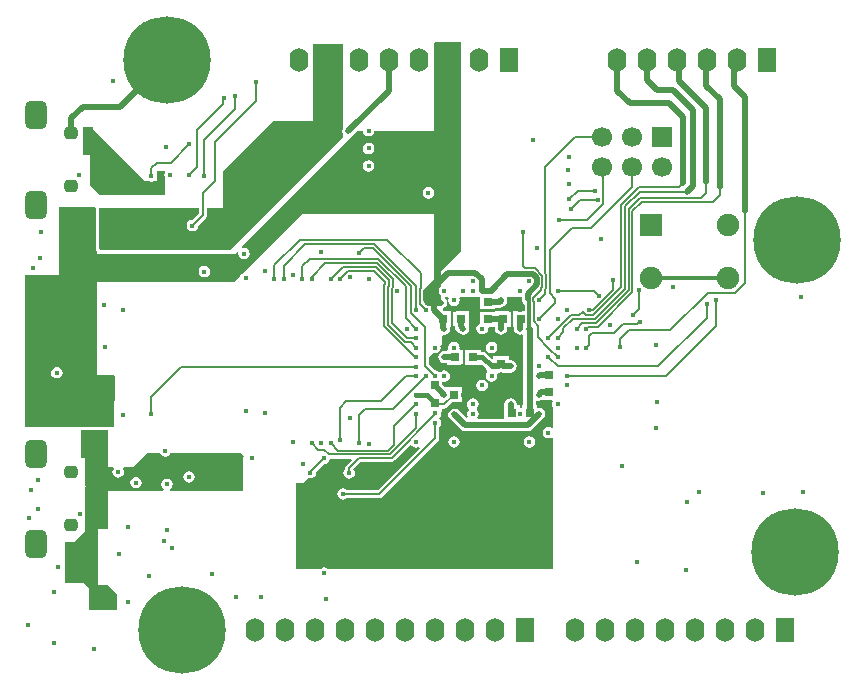
<source format=gbl>
G04*
G04 #@! TF.GenerationSoftware,Altium Limited,Altium Designer,18.1.9 (240)*
G04*
G04 Layer_Physical_Order=4*
G04 Layer_Color=16711680*
%FSLAX44Y44*%
%MOMM*%
G71*
G01*
G75*
%ADD11C,0.2000*%
%ADD12C,0.4000*%
%ADD15R,0.8000X0.8000*%
%ADD16R,0.8000X0.8000*%
%ADD76C,0.1900*%
%ADD77C,0.1270*%
%ADD78C,0.5000*%
%ADD79C,0.3000*%
%ADD80C,1.9000*%
%ADD81R,1.9000X1.9000*%
G04:AMPARAMS|DCode=82|XSize=1.25mm|YSize=1.1mm|CornerRadius=0.462mm|HoleSize=0mm|Usage=FLASHONLY|Rotation=0.000|XOffset=0mm|YOffset=0mm|HoleType=Round|Shape=RoundedRectangle|*
%AMROUNDEDRECTD82*
21,1,1.2500,0.1760,0,0,0.0*
21,1,0.3260,1.1000,0,0,0.0*
1,1,0.9240,0.1630,-0.0880*
1,1,0.9240,-0.1630,-0.0880*
1,1,0.9240,-0.1630,0.0880*
1,1,0.9240,0.1630,0.0880*
%
%ADD82ROUNDEDRECTD82*%
G04:AMPARAMS|DCode=83|XSize=1.9mm|YSize=2.425mm|CornerRadius=0.57mm|HoleSize=0mm|Usage=FLASHONLY|Rotation=0.000|XOffset=0mm|YOffset=0mm|HoleType=Round|Shape=RoundedRectangle|*
%AMROUNDEDRECTD83*
21,1,1.9000,1.2850,0,0,0.0*
21,1,0.7600,2.4250,0,0,0.0*
1,1,1.1400,0.3800,-0.6425*
1,1,1.1400,-0.3800,-0.6425*
1,1,1.1400,-0.3800,0.6425*
1,1,1.1400,0.3800,0.6425*
%
%ADD83ROUNDEDRECTD83*%
%ADD84C,1.7000*%
%ADD85R,1.7000X1.7000*%
%ADD86C,7.4000*%
%ADD87R,1.6000X2.0000*%
%ADD88O,1.6000X2.0000*%
%ADD89C,0.4500*%
G36*
X376100Y523000D02*
Y346100D01*
X359100Y329100D01*
Y316089D01*
X358747Y315853D01*
X357688Y314269D01*
X357316Y312400D01*
X357688Y310531D01*
X358747Y308947D01*
X359100Y308710D01*
Y299900D01*
X349435D01*
X348369Y300612D01*
X346685Y300947D01*
X345038Y302594D01*
Y313066D01*
X345438Y313663D01*
X345708Y315025D01*
Y315208D01*
X353100Y322600D01*
Y377600D01*
X241900D01*
X192482Y328182D01*
X192131Y328112D01*
X190547Y327053D01*
X189488Y325469D01*
X189418Y325118D01*
X184600Y320300D01*
X67800D01*
Y241300D01*
X81853D01*
X82994Y240152D01*
X82700Y197400D01*
X73224D01*
X72300Y197584D01*
X71376Y197400D01*
X7100D01*
X6800Y197700D01*
Y325600D01*
X34900D01*
X35500Y326200D01*
Y383700D01*
X66198D01*
X66207Y383697D01*
X66648Y383365D01*
X67210Y382476D01*
X67192Y382391D01*
X66821Y348520D01*
X66823Y348512D01*
X66821Y348505D01*
X66916Y348015D01*
X67007Y347527D01*
X67012Y347520D01*
X67013Y347513D01*
X67288Y347098D01*
X67560Y346681D01*
X67566Y346676D01*
X67570Y346670D01*
X67800Y346438D01*
Y332000D01*
X68200Y343700D01*
X184600D01*
X186549Y345649D01*
X187720Y345024D01*
X187516Y344000D01*
X187888Y342131D01*
X188947Y340547D01*
X190531Y339488D01*
X192400Y339116D01*
X194269Y339488D01*
X195853Y340547D01*
X196912Y342131D01*
X197284Y344000D01*
X196912Y345869D01*
X195853Y347453D01*
X194269Y348512D01*
X192400Y348884D01*
X191376Y348680D01*
X190751Y349851D01*
X288400Y447500D01*
X293216D01*
X293488Y446131D01*
X294547Y444547D01*
X296131Y443488D01*
X298000Y443116D01*
X299869Y443488D01*
X301453Y444547D01*
X302512Y446131D01*
X302784Y447500D01*
X353100D01*
Y522053D01*
X354249Y523192D01*
X376100Y523000D01*
D02*
G37*
G36*
X64700Y449400D02*
X109000Y405100D01*
X112203D01*
X112251Y405068D01*
X114120Y404696D01*
X115989Y405068D01*
X116037Y405100D01*
X118700D01*
Y408052D01*
X119004Y409580D01*
X118700Y411107D01*
Y413188D01*
X119000Y413488D01*
X125300D01*
Y411927D01*
X125016Y410500D01*
X125300Y409073D01*
Y393300D01*
X125259Y393200D01*
X70900D01*
X62000Y402100D01*
Y427200D01*
X56800D01*
X56400Y427366D01*
Y451159D01*
X56500Y451200D01*
X64700D01*
Y449400D01*
D02*
G37*
G36*
X276500Y450386D02*
X275952Y449566D01*
X275561Y447600D01*
X275952Y445634D01*
X276500Y444814D01*
Y442900D01*
X180900Y347300D01*
X70590D01*
X69411Y348492D01*
X69782Y382362D01*
X70958Y382842D01*
X71100Y382700D01*
X154442D01*
Y378374D01*
X148615Y372547D01*
X146931Y372212D01*
X145347Y371153D01*
X144288Y369569D01*
X143916Y367700D01*
X144288Y365831D01*
X145347Y364247D01*
X146931Y363188D01*
X148800Y362816D01*
X150669Y363188D01*
X152253Y364247D01*
X153312Y365831D01*
X153647Y367515D01*
X160516Y374384D01*
X161287Y375538D01*
X161558Y376900D01*
X161558Y376900D01*
Y382700D01*
X174800D01*
Y413400D01*
X217400Y456000D01*
X251100D01*
Y521400D01*
X251500Y521800D01*
X276500D01*
Y450386D01*
D02*
G37*
G36*
X427641Y305500D02*
X428032Y303533D01*
X429146Y301866D01*
X429876Y301379D01*
X429975Y300883D01*
X430081Y300723D01*
Y295140D01*
X420360D01*
Y282060D01*
X421061D01*
Y280400D01*
X421452Y278433D01*
X422566Y276766D01*
X424234Y275652D01*
X426200Y275261D01*
X427891Y275598D01*
X429161Y274906D01*
Y215440D01*
X427760D01*
Y214299D01*
X426676Y213526D01*
X425840Y213902D01*
Y215440D01*
X423339D01*
Y216400D01*
X422948Y218367D01*
X421834Y220034D01*
X420167Y221148D01*
X418200Y221539D01*
X416233Y221148D01*
X414566Y220034D01*
X413452Y218367D01*
X413061Y216400D01*
Y215440D01*
X412760D01*
Y204039D01*
X390407D01*
X389895Y205309D01*
X390712Y206531D01*
X391084Y208400D01*
X390712Y210269D01*
X389653Y211853D01*
X389854Y213247D01*
X390712Y214531D01*
X391084Y216400D01*
X390712Y218269D01*
X389653Y219853D01*
X388069Y220912D01*
X386200Y221284D01*
X384331Y220912D01*
X382747Y219853D01*
X381688Y218269D01*
X381316Y216400D01*
X381688Y214531D01*
X382546Y213247D01*
X382747Y211853D01*
X381688Y210269D01*
X381316Y208400D01*
X381688Y206531D01*
X381800Y206363D01*
X381218Y204948D01*
X380970Y204897D01*
X373834Y212034D01*
X372166Y213148D01*
X370200Y213539D01*
X368233Y213148D01*
X366566Y212034D01*
X365452Y210366D01*
X365061Y208400D01*
X365452Y206434D01*
X366566Y204766D01*
X376066Y195266D01*
X377733Y194152D01*
X379700Y193761D01*
X432700D01*
X434667Y194152D01*
X436334Y195266D01*
X445834Y204766D01*
X446948Y206434D01*
X447339Y208400D01*
X446948Y210366D01*
X445834Y212034D01*
X444166Y213148D01*
X442200Y213539D01*
X441822Y213463D01*
X440840Y214269D01*
Y215440D01*
X439439D01*
Y218772D01*
X440709Y219558D01*
X442200Y219261D01*
X444166Y219652D01*
X444477Y219860D01*
X453224D01*
X453903Y218590D01*
X453688Y218269D01*
X453316Y216400D01*
X453688Y214531D01*
X454500Y213316D01*
Y196698D01*
X453230Y196136D01*
X452069Y196912D01*
X450200Y197284D01*
X448331Y196912D01*
X446747Y195853D01*
X445688Y194269D01*
X445316Y192400D01*
X445688Y190531D01*
X446747Y188947D01*
X448331Y187888D01*
X450200Y187516D01*
X452069Y187888D01*
X453230Y188664D01*
X454500Y188102D01*
Y77100D01*
X263834D01*
X262469Y78012D01*
X260600Y78384D01*
X258731Y78012D01*
X257366Y77100D01*
X236800D01*
X236200Y77348D01*
Y149700D01*
X242500D01*
X246862Y154062D01*
X248600Y153716D01*
X250469Y154088D01*
X252053Y155147D01*
X253112Y156731D01*
X253484Y158600D01*
X253475Y158643D01*
X260485Y165653D01*
X262169Y165988D01*
X263753Y167047D01*
X264812Y168631D01*
X265178Y170472D01*
X283059D01*
X283545Y169298D01*
X279311Y165064D01*
X278609Y164014D01*
X278363Y162775D01*
Y161898D01*
X278147Y161753D01*
X277088Y160169D01*
X276716Y158300D01*
X277088Y156431D01*
X278147Y154847D01*
X279731Y153788D01*
X281600Y153416D01*
X283469Y153788D01*
X285053Y154847D01*
X286112Y156431D01*
X286484Y158300D01*
X286112Y160169D01*
X285095Y161692D01*
X291341Y167938D01*
X317713D01*
X318951Y168184D01*
X320002Y168886D01*
X332756Y181640D01*
X334391Y181479D01*
X334747Y180947D01*
X336331Y179888D01*
X338200Y179516D01*
X340069Y179888D01*
X340505Y180179D01*
X341315Y179193D01*
X305659Y143537D01*
X279998D01*
X279853Y143753D01*
X278269Y144812D01*
X276400Y145184D01*
X274531Y144812D01*
X272947Y143753D01*
X271888Y142169D01*
X271516Y140300D01*
X271888Y138431D01*
X272947Y136847D01*
X274531Y135788D01*
X276400Y135416D01*
X278269Y135788D01*
X279853Y136847D01*
X279998Y137063D01*
X307000D01*
X308239Y137309D01*
X309289Y138011D01*
X356789Y185511D01*
X357491Y186561D01*
X357737Y187800D01*
Y197102D01*
X357953Y197247D01*
X359012Y198831D01*
X359384Y200700D01*
X359012Y202569D01*
X358154Y203853D01*
X358032Y204700D01*
X358154Y205547D01*
X359012Y206831D01*
X359384Y208700D01*
X359167Y209790D01*
X360095Y211060D01*
X360540D01*
Y212791D01*
X362000D01*
X363381Y213065D01*
X364552Y213848D01*
X368764Y218060D01*
X376740D01*
Y231140D01*
X363660D01*
Y231140D01*
X363000Y230867D01*
X360540Y233327D01*
Y234845D01*
X361522Y235651D01*
X362200Y235516D01*
X364069Y235888D01*
X365653Y236947D01*
X366712Y238531D01*
X367084Y240400D01*
X366712Y242269D01*
X365653Y243853D01*
X364069Y244912D01*
X362200Y245284D01*
X360331Y244912D01*
X359047Y244054D01*
X357653Y243853D01*
X356069Y244912D01*
X354385Y245247D01*
X349558Y250074D01*
Y256758D01*
X352629Y259829D01*
X354200Y259516D01*
X356069Y259888D01*
X357653Y260947D01*
X358712Y262531D01*
X359084Y264400D01*
X358771Y265971D01*
X359800Y267000D01*
X360056Y274393D01*
X361362Y275428D01*
X362200Y275261D01*
X364167Y275652D01*
X365834Y276766D01*
X366948Y278433D01*
X367339Y280400D01*
X367139Y281406D01*
X367840Y282260D01*
X367840D01*
Y295340D01*
X362027D01*
X361086Y296281D01*
X361214Y297300D01*
X361284Y297624D01*
X362919Y298716D01*
X364033Y300383D01*
X364424Y302350D01*
X364033Y304317D01*
X362919Y305984D01*
X362550Y306230D01*
X362936Y307500D01*
X365010D01*
X365713Y306458D01*
X365680Y306230D01*
X365316Y304400D01*
X365688Y302531D01*
X366747Y300947D01*
X368331Y299888D01*
X370200Y299516D01*
X372069Y299888D01*
X373653Y300947D01*
X374712Y302531D01*
X375084Y304400D01*
X374720Y306230D01*
X374687Y306458D01*
X375390Y307500D01*
X392260D01*
Y296660D01*
X405340D01*
Y298061D01*
X409000D01*
X410967Y298452D01*
X412634Y299566D01*
X413834Y300766D01*
X414948Y302433D01*
X415339Y304400D01*
X414975Y306230D01*
X415061Y306609D01*
X415537Y307500D01*
X427641D01*
Y305500D01*
D02*
G37*
G36*
X72719Y194860D02*
X72974D01*
X73224Y194810D01*
X77590D01*
X77700Y194700D01*
Y163200D01*
X81451D01*
X82130Y161930D01*
X81488Y160969D01*
X81116Y159100D01*
X81488Y157231D01*
X82547Y155647D01*
X84131Y154588D01*
X86000Y154216D01*
X87869Y154588D01*
X89453Y155647D01*
X90512Y157231D01*
X90884Y159100D01*
X90512Y160969D01*
X89870Y161930D01*
X90549Y163200D01*
X98900D01*
X110500Y174800D01*
X121742D01*
X122547Y173597D01*
X124131Y172538D01*
X126000Y172166D01*
X127869Y172538D01*
X129453Y173597D01*
X130258Y174800D01*
X189600D01*
X192200Y172200D01*
X192000Y172000D01*
Y143400D01*
X191900Y143100D01*
X130030D01*
X129645Y144370D01*
X130645Y145039D01*
X131704Y146623D01*
X132076Y148492D01*
X131704Y150361D01*
X130645Y151945D01*
X129061Y153004D01*
X127192Y153376D01*
X125323Y153004D01*
X123739Y151945D01*
X122680Y150361D01*
X122308Y148492D01*
X122680Y146623D01*
X123739Y145039D01*
X124739Y144370D01*
X124354Y143100D01*
X77000D01*
Y110600D01*
X70446D01*
X69200Y110600D01*
X69100Y110500D01*
X69300Y110300D01*
X69300Y109330D01*
Y63500D01*
X77200D01*
X85300Y55400D01*
Y41900D01*
X85200Y41800D01*
X61700D01*
Y59800D01*
X62100Y60200D01*
X56900Y65400D01*
X41200D01*
X40900Y65700D01*
Y100100D01*
X48900D01*
X58300Y109500D01*
Y145707D01*
X58503Y146897D01*
X58503D01*
X58300Y148079D01*
Y171100D01*
X54800D01*
X54200Y171700D01*
Y194810D01*
X71376D01*
X71626Y194860D01*
X71881D01*
X72300Y194943D01*
X72719Y194860D01*
D02*
G37*
%LPC*%
G36*
X298000Y437884D02*
X296131Y437512D01*
X294547Y436453D01*
X293488Y434869D01*
X293116Y433000D01*
X293488Y431131D01*
X294547Y429547D01*
X296131Y428488D01*
X298000Y428116D01*
X299869Y428488D01*
X301453Y429547D01*
X302512Y431131D01*
X302884Y433000D01*
X302512Y434869D01*
X301453Y436453D01*
X299869Y437512D01*
X298000Y437884D01*
D02*
G37*
G36*
X297960Y422884D02*
X296091Y422512D01*
X294507Y421453D01*
X293448Y419869D01*
X293076Y418000D01*
X293448Y416131D01*
X294507Y414547D01*
X296091Y413488D01*
X297960Y413116D01*
X299829Y413488D01*
X301413Y414547D01*
X302472Y416131D01*
X302844Y418000D01*
X302472Y419869D01*
X301413Y421453D01*
X299829Y422512D01*
X297960Y422884D01*
D02*
G37*
G36*
X348680Y400334D02*
X346811Y399962D01*
X345227Y398903D01*
X344168Y397319D01*
X343796Y395450D01*
X344168Y393581D01*
X345227Y391997D01*
X346811Y390938D01*
X348680Y390566D01*
X350549Y390938D01*
X352133Y391997D01*
X353192Y393581D01*
X353564Y395450D01*
X353192Y397319D01*
X352133Y398903D01*
X350549Y399962D01*
X348680Y400334D01*
D02*
G37*
G36*
X159000Y333684D02*
X157131Y333312D01*
X155547Y332253D01*
X154488Y330669D01*
X154116Y328800D01*
X154488Y326931D01*
X155547Y325347D01*
X157131Y324288D01*
X159000Y323916D01*
X160869Y324288D01*
X162453Y325347D01*
X163512Y326931D01*
X163884Y328800D01*
X163512Y330669D01*
X162453Y332253D01*
X160869Y333312D01*
X159000Y333684D01*
D02*
G37*
G36*
X34000Y247984D02*
X32131Y247612D01*
X30547Y246553D01*
X29488Y244969D01*
X29116Y243100D01*
X29488Y241231D01*
X30547Y239647D01*
X32131Y238588D01*
X34000Y238216D01*
X35869Y238588D01*
X37453Y239647D01*
X38512Y241231D01*
X38884Y243100D01*
X38512Y244969D01*
X37453Y246553D01*
X35869Y247612D01*
X34000Y247984D01*
D02*
G37*
G36*
X418440Y295140D02*
X405360D01*
X405340Y294740D01*
X392260D01*
Y284865D01*
X390747Y283853D01*
X389688Y282269D01*
X389316Y280400D01*
X389688Y278531D01*
X390747Y276947D01*
X392331Y275888D01*
X394200Y275516D01*
X396069Y275888D01*
X397653Y276947D01*
X398712Y278531D01*
X399084Y280400D01*
X399029Y280678D01*
X399834Y281660D01*
X405061D01*
Y280400D01*
X405452Y278433D01*
X406566Y276766D01*
X408233Y275652D01*
X410200Y275261D01*
X412166Y275652D01*
X413834Y276766D01*
X414948Y278433D01*
X415339Y280400D01*
Y282060D01*
X418440D01*
Y295140D01*
D02*
G37*
G36*
X382840Y295340D02*
X369760D01*
Y282260D01*
X371169D01*
X371552Y280333D01*
X372666Y278666D01*
X374566Y276766D01*
X376233Y275652D01*
X378200Y275261D01*
X380167Y275652D01*
X381834Y276766D01*
X382948Y278433D01*
X383339Y280400D01*
X382948Y282367D01*
X382840Y282528D01*
Y295340D01*
D02*
G37*
G36*
X370200Y269284D02*
X368331Y268912D01*
X366747Y267853D01*
X365688Y266269D01*
X365316Y264400D01*
X365474Y263609D01*
X364760Y262740D01*
X364760D01*
Y261339D01*
X363205D01*
X362200Y261539D01*
X360233Y261148D01*
X358566Y260034D01*
X357453Y258367D01*
X357061Y256400D01*
X357453Y254433D01*
X358566Y252766D01*
X358766Y252566D01*
X360434Y251452D01*
X362400Y251061D01*
X364760D01*
Y249660D01*
X377840D01*
Y262740D01*
X375755D01*
X374949Y263722D01*
X375084Y264400D01*
X374712Y266269D01*
X373653Y267853D01*
X372069Y268912D01*
X370200Y269284D01*
D02*
G37*
G36*
X402200D02*
X400331Y268912D01*
X398747Y267853D01*
X397688Y266269D01*
X397316Y264400D01*
X397688Y262531D01*
X398747Y260947D01*
X400331Y259888D01*
X402200Y259516D01*
X404069Y259888D01*
X405653Y260947D01*
X406712Y262531D01*
X407084Y264400D01*
X406712Y266269D01*
X405653Y267853D01*
X404069Y268912D01*
X402200Y269284D01*
D02*
G37*
G36*
X392840Y262740D02*
X379760D01*
Y249660D01*
X392840D01*
Y249660D01*
X393939Y250115D01*
X397411Y246643D01*
X397453Y246434D01*
X398566Y244766D01*
X398407Y243345D01*
X397688Y242269D01*
X397316Y240400D01*
X397688Y238531D01*
X398747Y236947D01*
X400331Y235888D01*
X402200Y235516D01*
X404069Y235888D01*
X405653Y236947D01*
X406712Y238531D01*
X407084Y240400D01*
X406767Y241991D01*
X407460Y243261D01*
X408000D01*
X409967Y243652D01*
X410100Y243742D01*
X410233Y243652D01*
X412200Y243261D01*
X418200D01*
X420167Y243652D01*
X421834Y244766D01*
X422948Y246434D01*
X423339Y248400D01*
X422948Y250366D01*
X421834Y252034D01*
X420167Y253148D01*
X418200Y253539D01*
X416640D01*
Y257040D01*
X403560D01*
Y255246D01*
X402387Y254760D01*
X397673Y259473D01*
X396171Y260477D01*
X394400Y260829D01*
X394400Y260829D01*
X392840D01*
Y262740D01*
D02*
G37*
G36*
X394200Y237284D02*
X392331Y236912D01*
X390747Y235853D01*
X389688Y234269D01*
X389316Y232400D01*
X389688Y230531D01*
X390747Y228947D01*
X392331Y227888D01*
X394200Y227516D01*
X396069Y227888D01*
X397653Y228947D01*
X398712Y230531D01*
X399084Y232400D01*
X398712Y234269D01*
X397653Y235853D01*
X396069Y236912D01*
X394200Y237284D01*
D02*
G37*
G36*
X434200Y189284D02*
X432331Y188912D01*
X430747Y187853D01*
X429688Y186269D01*
X429316Y184400D01*
X429688Y182531D01*
X430747Y180947D01*
X432331Y179888D01*
X434200Y179516D01*
X436069Y179888D01*
X437653Y180947D01*
X438712Y182531D01*
X439084Y184400D01*
X438712Y186269D01*
X437653Y187853D01*
X436069Y188912D01*
X434200Y189284D01*
D02*
G37*
G36*
X370200D02*
X368331Y188912D01*
X366747Y187853D01*
X365688Y186269D01*
X365316Y184400D01*
X365688Y182531D01*
X366747Y180947D01*
X368331Y179888D01*
X370200Y179516D01*
X372069Y179888D01*
X373653Y180947D01*
X374712Y182531D01*
X375084Y184400D01*
X374712Y186269D01*
X373653Y187853D01*
X372069Y188912D01*
X370200Y189284D01*
D02*
G37*
G36*
X146000Y159684D02*
X144131Y159312D01*
X142547Y158253D01*
X141488Y156669D01*
X141116Y154800D01*
X141488Y152931D01*
X142547Y151347D01*
X144131Y150288D01*
X146000Y149916D01*
X147869Y150288D01*
X149453Y151347D01*
X150512Y152931D01*
X150884Y154800D01*
X150512Y156669D01*
X149453Y158253D01*
X147869Y159312D01*
X146000Y159684D01*
D02*
G37*
G36*
X101000Y154884D02*
X99131Y154512D01*
X97547Y153453D01*
X96488Y151869D01*
X96116Y150000D01*
X96488Y148131D01*
X97547Y146547D01*
X99131Y145488D01*
X101000Y145116D01*
X102869Y145488D01*
X104453Y146547D01*
X105512Y148131D01*
X105884Y150000D01*
X105512Y151869D01*
X104453Y153453D01*
X102869Y154512D01*
X101000Y154884D01*
D02*
G37*
%LPD*%
D11*
X362000Y216400D02*
X370200Y224600D01*
X354200Y216400D02*
X362000D01*
X354000Y216600D02*
Y217600D01*
Y216600D02*
X354200Y216400D01*
D12*
X394400Y256200D02*
X402200Y248400D01*
X386300Y256200D02*
X394400D01*
X338200Y224400D02*
X347200D01*
X354000Y217600D01*
D15*
X398800Y288200D02*
D03*
Y303200D02*
D03*
X450500Y226400D02*
D03*
Y241400D02*
D03*
X354000Y232600D02*
D03*
Y217600D02*
D03*
X410100Y265500D02*
D03*
Y250500D02*
D03*
X370200Y239600D02*
D03*
Y224600D02*
D03*
D16*
X371300Y256200D02*
D03*
X386300D02*
D03*
X411900Y288600D02*
D03*
X426900D02*
D03*
X361300Y288800D02*
D03*
X376300D02*
D03*
X434300Y208900D02*
D03*
X419300D02*
D03*
D76*
X175150Y470450D02*
Y476100D01*
X148800Y367700D02*
X158000Y376900D01*
Y395100D01*
X306234Y339600D02*
X329400Y316434D01*
X248500Y339600D02*
X306234D01*
X242000Y333100D02*
X248500Y339600D01*
X280900Y329500D02*
X302885D01*
X274000Y322600D02*
X280900Y329500D01*
X302885D02*
X312260Y320125D01*
X276070Y332670D02*
X304198D01*
X261440Y335840D02*
X305511D01*
X511890Y315439D02*
Y385390D01*
X515060Y314126D02*
Y383960D01*
X470763Y288430D02*
X489364D01*
X479060Y285260D02*
X490677D01*
X488051Y291600D02*
X511890Y315439D01*
X482453Y291600D02*
X488051D01*
X489364Y288430D02*
X515060Y314126D01*
X518230Y312813D02*
Y381313D01*
X490677Y285260D02*
X518230Y312813D01*
X521400Y311500D02*
Y380000D01*
X491990Y282090D02*
X521400Y311500D01*
X483890Y282090D02*
X491990D01*
X482200Y280400D02*
X483890Y282090D01*
X479700Y294353D02*
X482453Y291600D01*
X437500Y304000D02*
Y306347D01*
X441350Y273250D02*
X450200Y264400D01*
X437500Y306347D02*
X444160Y313007D01*
X442200Y304400D02*
X447330Y309530D01*
X444160Y313007D02*
Y314846D01*
X447330Y309530D02*
Y313533D01*
X438744Y331370D02*
X445170Y324944D01*
X451400Y327680D02*
Y347200D01*
Y327680D02*
X451510Y327570D01*
Y313230D02*
Y327570D01*
X451400Y313120D02*
X451510Y313230D01*
X451400Y310400D02*
Y313120D01*
X447330Y327267D02*
Y417230D01*
Y327267D02*
X448340Y326257D01*
Y314543D02*
Y326257D01*
X447330Y313533D02*
X448340Y314543D01*
X444160Y314846D02*
X445170Y315856D01*
Y324944D01*
X430830Y331370D02*
X438744D01*
X428900Y333300D02*
X430830Y331370D01*
X451400Y310400D02*
X456100Y305700D01*
X428900Y333300D02*
Y362200D01*
X338310Y296290D02*
X338500Y296100D01*
X341480Y301120D02*
X346500Y296100D01*
X341480Y301120D02*
Y314355D01*
X338310Y296290D02*
Y315668D01*
X338500Y315858D02*
Y316300D01*
X338310Y315668D02*
X338500Y315858D01*
X342150Y315025D02*
Y327550D01*
X341480Y314355D02*
X342150Y315025D01*
X314000Y355700D02*
X342150Y327550D01*
X333800Y293900D02*
Y316517D01*
X329400Y289200D02*
Y316434D01*
X333800Y293900D02*
X346000Y281700D01*
X329400Y289200D02*
X338500Y280100D01*
X303000Y351800D02*
X338500Y316300D01*
X311160Y282474D02*
Y316973D01*
X314330Y283787D02*
Y315660D01*
X311160Y282474D02*
X337534Y256100D01*
X338500D01*
X333670Y268930D02*
X338500Y264100D01*
X329187Y268930D02*
X333670D01*
X314330Y283787D02*
X329187Y268930D01*
X330500Y272100D02*
X338500D01*
X317500Y285100D02*
X330500Y272100D01*
X317500Y285100D02*
Y314347D01*
X346000Y248600D02*
Y281700D01*
X511890Y385390D02*
X527000Y400500D01*
X515060Y383960D02*
X527400Y396300D01*
X518230Y381313D02*
X527887Y390970D01*
X521400Y380000D02*
X529200Y387800D01*
X518300Y279100D02*
X553600D01*
X511000Y271800D02*
X518300Y279100D01*
X553600D02*
X585010Y310510D01*
X474200Y280400D02*
X479060Y285260D01*
X450200Y272400D02*
X469400Y291600D01*
X476434D01*
X479187Y294353D01*
X463030Y280697D02*
X470763Y288430D01*
X463030Y277230D02*
Y280697D01*
X458200Y272400D02*
X463030Y277230D01*
X479187Y294353D02*
X479700D01*
X543200Y248400D02*
X584600Y289800D01*
X458200Y248400D02*
X543200D01*
X450200Y256400D02*
X458200Y248400D01*
X312260Y318073D02*
Y320125D01*
X311160Y316973D02*
X312260Y318073D01*
X315430Y316760D02*
Y321438D01*
X314330Y315660D02*
X315430Y316760D01*
X318900Y315747D02*
Y322451D01*
X317500Y314347D02*
X318900Y315747D01*
X305511Y335840D02*
X318900Y322451D01*
X304198Y332670D02*
X315430Y321438D01*
X511000Y265200D02*
Y271800D01*
X264570Y174030D02*
X315913D01*
X260600Y178000D02*
X264570Y174030D01*
X255400Y178000D02*
X260600D01*
X250000Y183400D02*
X255400Y178000D01*
X248600Y158800D02*
X260300Y170500D01*
X248600Y158600D02*
Y158800D01*
X496700Y386100D02*
Y417600D01*
X591900Y282700D02*
Y304700D01*
X549600Y240400D02*
X591900Y282700D01*
X466200Y240400D02*
X549600D01*
X595300Y393500D02*
Y400300D01*
X589600Y387800D02*
X595300Y393500D01*
X529200Y387800D02*
X589600D01*
X583400Y395270D02*
Y404700D01*
X579100Y390970D02*
X583400Y395270D01*
X527400Y396300D02*
X567700D01*
X561200Y400500D02*
X564600Y403900D01*
X616600Y319230D02*
Y380400D01*
X607880Y310510D02*
X616600Y319230D01*
X585010Y310510D02*
X607880D01*
X158000Y395100D02*
X168000Y405100D01*
Y438600D01*
X202900Y473500D01*
Y489000D01*
X584600Y289800D02*
Y301100D01*
X527000Y400500D02*
X561200D01*
X521000Y400600D02*
Y417600D01*
X486400Y366000D02*
X521000Y400600D01*
X489100Y312400D02*
X493500Y308000D01*
X458200Y312400D02*
X489100D01*
X456100Y302300D02*
Y305700D01*
X442200Y288400D02*
X456100Y302300D01*
X527887Y390970D02*
X579100D01*
X218000Y322600D02*
Y334100D01*
X239600Y355700D01*
X314000D01*
X244500Y351800D02*
X303000D01*
X226000Y333300D02*
X244500Y351800D01*
X226000Y322600D02*
Y333300D01*
X301917Y348400D02*
X333800Y316517D01*
X293700Y348400D02*
X301917D01*
X289600Y344300D02*
X293700Y348400D01*
X114000Y208040D02*
Y222700D01*
X139400Y248100D01*
X338500D01*
X266000Y183400D02*
X272200Y177200D01*
X314600D01*
X319600Y182200D01*
X315913Y174030D02*
X338500Y196617D01*
X319600Y182200D02*
Y197800D01*
X338500Y196617D02*
Y208100D01*
X319600Y197800D02*
X338200Y216400D01*
X290000Y183400D02*
Y207500D01*
X295100Y212600D01*
X318400D01*
X346200Y240400D01*
X329800Y240100D02*
X338500D01*
X308600Y218900D02*
X329800Y240100D01*
X279300Y218900D02*
X308600D01*
X274000Y186000D02*
Y213600D01*
X279300Y218900D01*
X346000Y248600D02*
X354200Y240400D01*
X266000Y322600D02*
X276070Y332670D01*
X250000Y324400D02*
X261440Y335840D01*
X250000Y322600D02*
Y324400D01*
X242000Y322600D02*
Y333100D01*
X184800Y466200D02*
Y477000D01*
X158580Y439980D02*
X184800Y466200D01*
X158580Y409580D02*
Y439980D01*
X153100Y417620D02*
Y448400D01*
X175150Y470450D01*
X114120Y409580D02*
Y416620D01*
X118500Y421000D01*
X130400D01*
X145880Y436480D01*
Y410400D02*
X153100Y417620D01*
X470200Y366000D02*
X486400D01*
X483200Y372600D02*
X496700Y386100D01*
X458900Y372600D02*
X483200D01*
X451400Y347200D02*
X470200Y366000D01*
X447330Y417230D02*
X473100Y443000D01*
X495600D01*
Y417600D02*
X496700D01*
X473483Y386000D02*
X477000Y389517D01*
X469000Y381750D02*
X473250Y386000D01*
X473483D01*
X477000Y389517D02*
X492000D01*
X468000Y390000D02*
X475000Y397000D01*
X490000D01*
D77*
X437815Y286584D02*
Y303685D01*
Y286584D02*
X441350Y283049D01*
Y273250D02*
Y283049D01*
X450200Y264400D02*
X458200Y256400D01*
X505200Y313300D02*
Y321700D01*
X488200Y296300D02*
X505200Y313300D01*
X484400Y296300D02*
X488200D01*
X513400Y284200D02*
X525400D01*
X505930Y276730D02*
X513400Y284200D01*
X486900Y276730D02*
X505930D01*
X437500Y304000D02*
X437815Y303685D01*
X521900Y291700D02*
X527100Y296900D01*
Y312900D01*
X525400Y284200D02*
X527400Y286200D01*
X484700Y274530D02*
X486900Y276730D01*
X484700Y266900D02*
Y274530D01*
X482200Y264400D02*
X484700Y266900D01*
X290000Y171175D02*
X317713D01*
X281600Y162775D02*
X290000Y171175D01*
X317713D02*
X354500Y207962D01*
X281600Y158300D02*
Y162775D01*
X354500Y207962D02*
Y208700D01*
X276400Y140300D02*
X307000D01*
X354500Y187800D01*
Y200700D01*
D78*
X408900Y288200D02*
X410200Y286900D01*
X398800Y288200D02*
X408900D01*
X410200Y280400D02*
Y286900D01*
X370100Y235700D02*
X382900D01*
X362200Y224400D02*
Y224400D01*
X354000Y232600D02*
X362200Y224400D01*
X410200Y286900D02*
X411900Y288600D01*
X46250Y445750D02*
Y458450D01*
X56100Y468300D01*
X87300D01*
X127000Y508000D01*
X409000Y303200D02*
X410200Y304400D01*
X398800Y303200D02*
X409000D01*
X386200Y256100D02*
X386300Y256200D01*
X280700Y447600D02*
X314960Y481860D01*
Y508000D01*
X353500Y302350D02*
X359286D01*
X348250D02*
X353500D01*
Y296600D02*
Y302350D01*
Y296600D02*
X361300Y288800D01*
Y281300D02*
Y288800D01*
Y281300D02*
X362200Y280400D01*
X432700Y198900D02*
X442200Y208400D01*
X434200Y280400D02*
X434300Y280300D01*
Y208900D02*
Y280300D01*
X432780Y305500D02*
Y310141D01*
X440450Y317811D01*
Y322989D01*
X436789Y326650D02*
X440450Y322989D01*
X415611Y326650D02*
X436789D01*
X402200Y313239D02*
X415611Y326650D01*
X402200Y312400D02*
Y313239D01*
X346200Y304400D02*
X348250Y302350D01*
X394200Y312400D02*
X402200D01*
X394200D02*
Y322100D01*
X388400Y327900D02*
X394200Y322100D01*
X365300Y327900D02*
X388400D01*
X349800Y312400D02*
X365300Y327900D01*
X346200Y312400D02*
X349800D01*
X346200D02*
X346200Y312400D01*
Y304400D02*
Y312400D01*
X370200Y208400D02*
X379700Y198900D01*
X432700D01*
X607400Y505800D02*
X609600Y508000D01*
X607400Y485500D02*
Y505800D01*
X583900Y507700D02*
X584200Y508000D01*
X583900Y486100D02*
Y507700D01*
X558800Y508000D02*
X560600Y506200D01*
Y489800D02*
Y506200D01*
X533400Y508000D02*
X533900Y507500D01*
Y490700D02*
Y507500D01*
X508000Y508000D02*
X508400Y507600D01*
X607400Y485500D02*
X616600Y476300D01*
Y380400D02*
Y476300D01*
X583900Y486100D02*
X595300Y474700D01*
Y400300D02*
Y474700D01*
X560600Y489800D02*
X583400Y467000D01*
Y404700D02*
Y467000D01*
X567700Y396300D02*
X572900Y401500D01*
Y465200D01*
X555700Y482400D02*
X572900Y465200D01*
X533900Y490700D02*
X542200Y482400D01*
X555700D01*
X508400Y481700D02*
Y507600D01*
Y481700D02*
X519000Y471100D01*
X552700D01*
X564600Y459200D01*
Y403900D02*
Y459200D01*
X376300Y282300D02*
X378200Y280400D01*
X376300Y282300D02*
Y288800D01*
X426200Y288000D02*
X426900Y288700D01*
X426200Y280400D02*
Y288000D01*
X442200Y240400D02*
X443200Y241400D01*
X450500D01*
X442200Y224400D02*
X444200Y226400D01*
X450500D01*
X382900Y235700D02*
X386200Y232400D01*
X362200Y256400D02*
X362400Y256200D01*
X371300D01*
X410100Y265500D02*
X410200Y265600D01*
Y272400D01*
X408000Y248400D02*
X410100Y250500D01*
X402200Y248400D02*
X408000D01*
X410100Y250500D02*
X412200Y248400D01*
X418200D01*
Y210000D02*
X419300Y208900D01*
X418200Y210000D02*
Y216400D01*
D79*
X364930Y210330D02*
Y210583D01*
X368017Y213670D01*
X373930D01*
X374300Y213300D01*
X432780Y310141D02*
X433780Y309141D01*
Y302459D02*
Y309141D01*
Y302459D02*
X434200Y302039D01*
Y280400D02*
Y302039D01*
X537500Y323500D02*
X602500D01*
D80*
X537500D02*
D03*
X602500D02*
D03*
Y368500D02*
D03*
D81*
X537500D02*
D03*
D82*
X46000Y158750D02*
D03*
Y114250D02*
D03*
X46250Y445750D02*
D03*
Y401250D02*
D03*
D83*
X16000Y174620D02*
D03*
Y98380D02*
D03*
X16250Y461620D02*
D03*
Y385380D02*
D03*
D84*
X495600Y417600D02*
D03*
X521000D02*
D03*
X546400D02*
D03*
X495600Y443000D02*
D03*
X521000D02*
D03*
D85*
X546400D02*
D03*
D86*
X127000Y508000D02*
D03*
X660400Y355600D02*
D03*
X658900Y91200D02*
D03*
X139700Y25400D02*
D03*
D87*
X635000Y508000D02*
D03*
X416560D02*
D03*
X650900Y25600D02*
D03*
X430200Y25400D02*
D03*
D88*
X609600Y508000D02*
D03*
X584200D02*
D03*
X558800D02*
D03*
X533400D02*
D03*
X508000D02*
D03*
X238760D02*
D03*
X264160D02*
D03*
X289560D02*
D03*
X314960D02*
D03*
X340360D02*
D03*
X365760D02*
D03*
X391160D02*
D03*
X473100Y25600D02*
D03*
X498500D02*
D03*
X523900D02*
D03*
X549300D02*
D03*
X574700D02*
D03*
X600100D02*
D03*
X625500D02*
D03*
X404800Y25400D02*
D03*
X379400D02*
D03*
X354000D02*
D03*
X328600D02*
D03*
X303200D02*
D03*
X277800D02*
D03*
X252400D02*
D03*
X227000D02*
D03*
X201600D02*
D03*
D89*
X86000Y159100D02*
D03*
X101000Y150000D02*
D03*
X126000Y177050D02*
D03*
X442200Y288400D02*
D03*
X458200Y256400D02*
D03*
X282000Y204900D02*
D03*
X148800Y367700D02*
D03*
X426200Y296400D02*
D03*
X82000Y490500D02*
D03*
X90000Y207500D02*
D03*
X298000Y322300D02*
D03*
X282000Y323800D02*
D03*
X280700Y447600D02*
D03*
X59500Y442900D02*
D03*
X122200Y409400D02*
D03*
X348680Y395450D02*
D03*
X297960Y418000D02*
D03*
X298000Y433000D02*
D03*
Y448000D02*
D03*
X502000Y283400D02*
D03*
X494500Y356100D02*
D03*
X440300Y348500D02*
D03*
X467700Y425400D02*
D03*
X467200Y415000D02*
D03*
X467300Y403200D02*
D03*
X567100Y75800D02*
D03*
X525300Y82600D02*
D03*
X542400Y218000D02*
D03*
X31300Y57300D02*
D03*
X9500Y29500D02*
D03*
X65500Y9500D02*
D03*
X94000Y48600D02*
D03*
X131500Y95100D02*
D03*
X112000Y71000D02*
D03*
X87000Y89500D02*
D03*
X234000Y325700D02*
D03*
X90000Y296400D02*
D03*
X194000Y323600D02*
D03*
X258000Y183200D02*
D03*
X210000Y208900D02*
D03*
X378200Y280400D02*
D03*
X246100Y114700D02*
D03*
X254400Y114900D02*
D03*
Y107000D02*
D03*
X255600Y98800D02*
D03*
X256400Y90200D02*
D03*
X263200Y90600D02*
D03*
X263000Y98900D02*
D03*
X262700Y106800D02*
D03*
X263000Y114700D02*
D03*
X64300Y372700D02*
D03*
X64100Y350000D02*
D03*
X62200Y310100D02*
D03*
X52500Y309700D02*
D03*
X47500Y350000D02*
D03*
Y363400D02*
D03*
X57000Y377300D02*
D03*
X47300Y377100D02*
D03*
X78600Y214800D02*
D03*
X76300Y224300D02*
D03*
X68300D02*
D03*
X60200D02*
D03*
X52040Y224500D02*
D03*
X84600Y362800D02*
D03*
X77350Y364900D02*
D03*
X89000Y367800D02*
D03*
X81000Y372600D02*
D03*
X72900Y372200D02*
D03*
X64000Y46300D02*
D03*
X63900Y53500D02*
D03*
X45800Y74800D02*
D03*
X52800Y76500D02*
D03*
X45200Y81900D02*
D03*
X189600Y158100D02*
D03*
X189200Y146500D02*
D03*
X171200Y147300D02*
D03*
X170900Y157800D02*
D03*
X181100Y167700D02*
D03*
X170700Y167100D02*
D03*
X62600Y192000D02*
D03*
X72300Y192700D02*
D03*
X72800Y160300D02*
D03*
X64300Y159600D02*
D03*
X72900Y151900D02*
D03*
X64100Y151800D02*
D03*
X418200Y296400D02*
D03*
X386200D02*
D03*
X346200Y304400D02*
D03*
X346200Y312400D02*
D03*
X330200Y280400D02*
D03*
X521900Y291700D02*
D03*
X527100Y312900D02*
D03*
X505200Y321700D02*
D03*
X474200Y264400D02*
D03*
X527400Y286200D02*
D03*
X482200Y264400D02*
D03*
Y280400D02*
D03*
X474200D02*
D03*
X484400Y296300D02*
D03*
X466200Y296400D02*
D03*
X450200Y192400D02*
D03*
X466200Y232400D02*
D03*
X458200Y216400D02*
D03*
X322200Y312400D02*
D03*
X434200Y184400D02*
D03*
X338200D02*
D03*
X370200D02*
D03*
X338200Y224400D02*
D03*
X556100Y315500D02*
D03*
X663900Y307600D02*
D03*
X666100Y141700D02*
D03*
X632001Y141599D02*
D03*
X577700Y142300D02*
D03*
X567600Y133400D02*
D03*
X512900Y164500D02*
D03*
X541400Y196000D02*
D03*
X541398Y266502D02*
D03*
X436800Y439900D02*
D03*
X129900Y410500D02*
D03*
X126820Y433920D02*
D03*
X258000Y345100D02*
D03*
X210000Y329100D02*
D03*
X192400Y344000D02*
D03*
X159000Y328800D02*
D03*
X298000Y182800D02*
D03*
X234000Y184500D02*
D03*
X242700Y165500D02*
D03*
X194000Y210800D02*
D03*
X199500Y170600D02*
D03*
X261800Y51500D02*
D03*
X260600Y73500D02*
D03*
X207000Y52900D02*
D03*
X186000Y53500D02*
D03*
X165100Y72600D02*
D03*
X94500Y112300D02*
D03*
X124400Y100500D02*
D03*
X127192Y110192D02*
D03*
Y148492D02*
D03*
X146000Y154800D02*
D03*
X248600Y158600D02*
D03*
X260300Y170500D02*
D03*
X31400Y14500D02*
D03*
X35200Y78800D02*
D03*
X18500Y127800D02*
D03*
X10900Y120500D02*
D03*
X18100Y151900D02*
D03*
X11800Y144100D02*
D03*
X34000Y243100D02*
D03*
X74800Y264500D02*
D03*
X74200Y300500D02*
D03*
X14000Y331900D02*
D03*
X20200Y340000D02*
D03*
X20600Y362000D02*
D03*
X53100Y410500D02*
D03*
X53400Y123500D02*
D03*
X591900Y304700D02*
D03*
X466200Y240400D02*
D03*
X511000Y265200D02*
D03*
X202900Y489000D02*
D03*
X584600Y301100D02*
D03*
X450200Y256400D02*
D03*
X458200Y264400D02*
D03*
X493500Y308000D02*
D03*
X428900Y362200D02*
D03*
X450200Y272400D02*
D03*
X458200D02*
D03*
X114000Y208040D02*
D03*
X281600Y158300D02*
D03*
X338200Y216400D02*
D03*
X289600Y344300D02*
D03*
X354200Y240400D02*
D03*
X346200D02*
D03*
X274000Y186000D02*
D03*
X290000Y183400D02*
D03*
X266000D02*
D03*
X250000D02*
D03*
X274000Y322600D02*
D03*
X266000D02*
D03*
X250000D02*
D03*
X242000D02*
D03*
X226000D02*
D03*
X218000D02*
D03*
X338500Y208100D02*
D03*
Y240100D02*
D03*
Y248100D02*
D03*
Y256100D02*
D03*
Y264100D02*
D03*
Y272100D02*
D03*
Y280100D02*
D03*
X346500Y296100D02*
D03*
X338500D02*
D03*
X354500Y208700D02*
D03*
Y200700D02*
D03*
X276400Y140300D02*
D03*
X158580Y409580D02*
D03*
X184800Y477000D02*
D03*
X145880Y436480D02*
D03*
X114120Y409580D02*
D03*
X145880Y410400D02*
D03*
X175300Y476100D02*
D03*
X458900Y372600D02*
D03*
X469000Y381750D02*
D03*
X492000Y389517D02*
D03*
X468000Y390000D02*
D03*
X490000Y397000D02*
D03*
X458200Y312400D02*
D03*
X458200Y288400D02*
D03*
X442200Y304400D02*
D03*
X434200Y320400D02*
D03*
X426200Y312400D02*
D03*
X410200Y304400D02*
D03*
X402200Y312400D02*
D03*
X386200Y320400D02*
D03*
Y312400D02*
D03*
X370200Y304400D02*
D03*
X378200Y312400D02*
D03*
X362200D02*
D03*
X370200Y296400D02*
D03*
X402200Y264400D02*
D03*
X370200Y208400D02*
D03*
X434200Y280400D02*
D03*
X426200D02*
D03*
X410200D02*
D03*
Y272400D02*
D03*
X402200D02*
D03*
X394200Y280400D02*
D03*
X370200Y264400D02*
D03*
X378200Y272400D02*
D03*
X362200Y280400D02*
D03*
X354200Y264400D02*
D03*
X362200Y256400D02*
D03*
X426200Y208400D02*
D03*
X378200Y248400D02*
D03*
X402200D02*
D03*
X418200D02*
D03*
X426200Y256400D02*
D03*
Y248400D02*
D03*
X442200D02*
D03*
X386200Y208400D02*
D03*
X362200Y240400D02*
D03*
X386200D02*
D03*
X402200D02*
D03*
X442200Y208400D02*
D03*
X386200Y232400D02*
D03*
X394200D02*
D03*
X426200D02*
D03*
X442200Y240400D02*
D03*
X362200Y224400D02*
D03*
X378200D02*
D03*
X410200D02*
D03*
X426200D02*
D03*
X442200D02*
D03*
X386200Y216400D02*
D03*
X418200D02*
D03*
M02*

</source>
